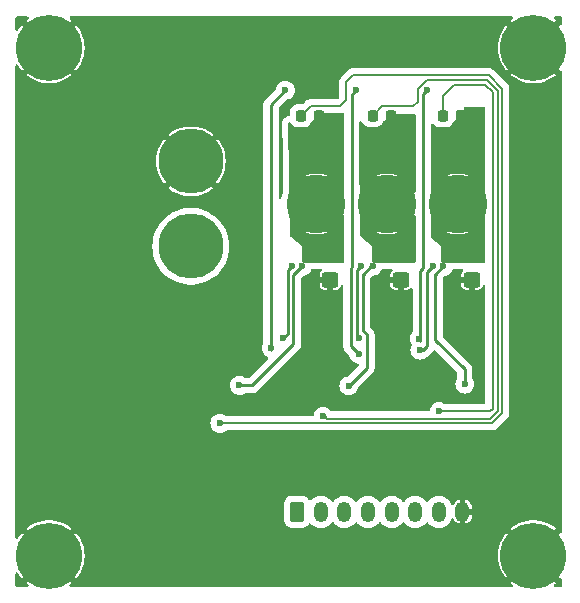
<source format=gbl>
%TF.GenerationSoftware,KiCad,Pcbnew,8.0.1*%
%TF.CreationDate,2024-09-08T16:24:46+01:00*%
%TF.ProjectId,BaselineRP2040MotorController,42617365-6c69-46e6-9552-50323034304d,rev?*%
%TF.SameCoordinates,Original*%
%TF.FileFunction,Copper,L2,Bot*%
%TF.FilePolarity,Positive*%
%FSLAX46Y46*%
G04 Gerber Fmt 4.6, Leading zero omitted, Abs format (unit mm)*
G04 Created by KiCad (PCBNEW 8.0.1) date 2024-09-08 16:24:46*
%MOMM*%
%LPD*%
G01*
G04 APERTURE LIST*
G04 Aperture macros list*
%AMRoundRect*
0 Rectangle with rounded corners*
0 $1 Rounding radius*
0 $2 $3 $4 $5 $6 $7 $8 $9 X,Y pos of 4 corners*
0 Add a 4 corners polygon primitive as box body*
4,1,4,$2,$3,$4,$5,$6,$7,$8,$9,$2,$3,0*
0 Add four circle primitives for the rounded corners*
1,1,$1+$1,$2,$3*
1,1,$1+$1,$4,$5*
1,1,$1+$1,$6,$7*
1,1,$1+$1,$8,$9*
0 Add four rect primitives between the rounded corners*
20,1,$1+$1,$2,$3,$4,$5,0*
20,1,$1+$1,$4,$5,$6,$7,0*
20,1,$1+$1,$6,$7,$8,$9,0*
20,1,$1+$1,$8,$9,$2,$3,0*%
G04 Aperture macros list end*
%TA.AperFunction,ComponentPad*%
%ADD10C,5.500000*%
%TD*%
%TA.AperFunction,ComponentPad*%
%ADD11C,2.900000*%
%TD*%
%TA.AperFunction,ConnectorPad*%
%ADD12C,5.000000*%
%TD*%
%TA.AperFunction,ComponentPad*%
%ADD13C,3.600000*%
%TD*%
%TA.AperFunction,ConnectorPad*%
%ADD14C,5.600000*%
%TD*%
%TA.AperFunction,ComponentPad*%
%ADD15RoundRect,0.250000X-0.350000X-0.625000X0.350000X-0.625000X0.350000X0.625000X-0.350000X0.625000X0*%
%TD*%
%TA.AperFunction,ComponentPad*%
%ADD16O,1.200000X1.750000*%
%TD*%
%TA.AperFunction,SMDPad,CuDef*%
%ADD17RoundRect,0.225000X0.225000X0.250000X-0.225000X0.250000X-0.225000X-0.250000X0.225000X-0.250000X0*%
%TD*%
%TA.AperFunction,SMDPad,CuDef*%
%ADD18RoundRect,0.250000X-0.450000X0.400000X-0.450000X-0.400000X0.450000X-0.400000X0.450000X0.400000X0*%
%TD*%
%TA.AperFunction,ViaPad*%
%ADD19C,0.600000*%
%TD*%
%TA.AperFunction,Conductor*%
%ADD20C,0.275000*%
%TD*%
%TA.AperFunction,Conductor*%
%ADD21C,0.200000*%
%TD*%
%ADD22C,0.300000*%
%ADD23C,0.350000*%
G04 APERTURE END LIST*
D10*
%TO.P,J4,1,Pin_1*%
%TO.N,GND*%
X54400000Y-65224999D03*
%TO.P,J4,2,Pin_2*%
%TO.N,VMOT_PWR*%
X54400000Y-72425001D03*
%TD*%
D11*
%TO.P,H6,1,1*%
%TO.N,/BLDC Power Control/Motor Phase V/V_OUT*%
X71000000Y-68829998D03*
D12*
X71000000Y-68829998D03*
%TD*%
D11*
%TO.P,H7,1,1*%
%TO.N,/BLDC Power Control/Motor Phase X/X_OUT*%
X77000000Y-68829998D03*
D12*
X77000000Y-68829998D03*
%TD*%
D13*
%TO.P,H2,1,1*%
%TO.N,GND*%
X42400000Y-55600000D03*
D14*
X42400000Y-55600000D03*
%TD*%
D15*
%TO.P,J1,1,Pin_1*%
%TO.N,+12V*%
X63400000Y-94900000D03*
D16*
%TO.P,J1,2,Pin_2*%
%TO.N,/PWM H U*%
X65400000Y-94900000D03*
%TO.P,J1,3,Pin_3*%
%TO.N,/PWM L U*%
X67400000Y-94900000D03*
%TO.P,J1,4,Pin_4*%
%TO.N,/PWM H V*%
X69400000Y-94900000D03*
%TO.P,J1,5,Pin_5*%
%TO.N,/PWM L V*%
X71400000Y-94900000D03*
%TO.P,J1,6,Pin_6*%
%TO.N,/PWM H X*%
X73400000Y-94900000D03*
%TO.P,J1,7,Pin_7*%
%TO.N,/PWM L X*%
X75400000Y-94900000D03*
%TO.P,J1,8,Pin_8*%
%TO.N,GND*%
X77400000Y-94900000D03*
%TD*%
D11*
%TO.P,H5,1,1*%
%TO.N,/BLDC Power Control/Motor Phase U/U_OUT*%
X65034997Y-68829998D03*
D12*
X65034997Y-68829998D03*
%TD*%
D13*
%TO.P,H3,1,1*%
%TO.N,GND*%
X42400000Y-98600000D03*
D14*
X42400000Y-98600000D03*
%TD*%
D13*
%TO.P,H4,1,1*%
%TO.N,GND*%
X83400000Y-98600000D03*
D14*
X83400000Y-98600000D03*
%TD*%
D13*
%TO.P,H1,1,1*%
%TO.N,GND*%
X83400000Y-55600000D03*
D14*
X83400000Y-55600000D03*
%TD*%
D17*
%TO.P,C26,1*%
%TO.N,/BLDC Power Control/Motor Phase V/V_OUT*%
X71334996Y-61350003D03*
%TO.P,C26,2*%
%TO.N,Net-(D6-K)*%
X69785004Y-61349997D03*
%TD*%
%TO.P,C32,1*%
%TO.N,/BLDC Power Control/Motor Phase X/X_OUT*%
X77279996Y-61359996D03*
%TO.P,C32,2*%
%TO.N,Net-(D10-K)*%
X75730000Y-61360000D03*
%TD*%
D18*
%TO.P,D13,1,A1*%
%TO.N,/BLDC Power Control/Motor Phase X/X_OUT*%
X78200000Y-72349998D03*
%TO.P,D13,2,A2*%
%TO.N,GND*%
X78200000Y-75250002D03*
%TD*%
%TO.P,D9,1,A1*%
%TO.N,/BLDC Power Control/Motor Phase V/V_OUT*%
X72200000Y-72349998D03*
%TO.P,D9,2,A2*%
%TO.N,GND*%
X72200000Y-75250002D03*
%TD*%
D17*
%TO.P,C20,1*%
%TO.N,/BLDC Power Control/Motor Phase U/U_OUT*%
X65274998Y-61359998D03*
%TO.P,C20,2*%
%TO.N,Net-(D2-K)*%
X63725002Y-61360002D03*
%TD*%
D18*
%TO.P,D5,1,A1*%
%TO.N,/BLDC Power Control/Motor Phase U/U_OUT*%
X66200000Y-72349998D03*
%TO.P,D5,2,A2*%
%TO.N,GND*%
X66200000Y-75250002D03*
%TD*%
D19*
%TO.N,GND*%
X71400000Y-80400000D03*
%TO.N,/BLDC Power Control/Motor Phase U/U_OUT*%
X63818110Y-74114996D03*
X58515687Y-84182258D03*
%TO.N,GND*%
X60400000Y-90100000D03*
X70650000Y-92100000D03*
X73400000Y-92100000D03*
X55000000Y-93200000D03*
X63328577Y-86114281D03*
%TO.N,/BLDC Power Control/Motor Phase V/V_OUT*%
X67780000Y-84230000D03*
X69782960Y-74089996D03*
%TO.N,/BLDC Power Control/Motor Phase X/X_OUT*%
X75783487Y-74115836D03*
X77601925Y-84074999D03*
%TO.N,Net-(D2-K)*%
X56860000Y-87400000D03*
%TO.N,Net-(D6-K)*%
X65590000Y-86800000D03*
%TO.N,Net-(D10-K)*%
X75420000Y-86400000D03*
%TO.N,Net-(AH1-G)*%
X62948331Y-74083212D03*
X62237500Y-80200000D03*
%TO.N,Net-(AH2-G)*%
X68600000Y-80200000D03*
X68770000Y-74100000D03*
%TO.N,Net-(AH3-G)*%
X73800000Y-81200000D03*
X74900000Y-74090000D03*
%TO.N,Net-(AL1-G)*%
X61200000Y-81000000D03*
X62405005Y-59194995D03*
%TO.N,Net-(AL2-G)*%
X68600000Y-81523923D03*
X68400000Y-59200000D03*
%TO.N,Net-(AL3-G)*%
X74400000Y-59200000D03*
X73747350Y-80222839D03*
%TD*%
D20*
%TO.N,/BLDC Power Control/Motor Phase U/U_OUT*%
X63075000Y-74858106D02*
X63075000Y-80725000D01*
X63818110Y-74114996D02*
X63075000Y-74858106D01*
X59617742Y-84182258D02*
X58515687Y-84182258D01*
X63075000Y-80725000D02*
X59617742Y-84182258D01*
%TO.N,/BLDC Power Control/Motor Phase V/V_OUT*%
X69320000Y-82690000D02*
X69320000Y-79900000D01*
X69681566Y-74089996D02*
X69782960Y-74089996D01*
X69320000Y-79900000D02*
X68955000Y-79535000D01*
X67780000Y-84230000D02*
X69320000Y-82690000D01*
X68955000Y-74816562D02*
X69681566Y-74089996D01*
X68955000Y-79535000D02*
X68955000Y-74816562D01*
%TO.N,/BLDC Power Control/Motor Phase X/X_OUT*%
X75080000Y-80310000D02*
X77601925Y-82831925D01*
X75783487Y-74115836D02*
X75080000Y-74819323D01*
X75080000Y-74819323D02*
X75080000Y-80310000D01*
X77601925Y-82831925D02*
X77601925Y-84074999D01*
D21*
%TO.N,Net-(D2-K)*%
X79630000Y-57930000D02*
X68110000Y-57930000D01*
X80772157Y-59072157D02*
X79630000Y-57930000D01*
X67570000Y-60030000D02*
X67050000Y-60550000D01*
X80772157Y-86517842D02*
X80772157Y-59072157D01*
X64535004Y-60550000D02*
X63725002Y-61360002D01*
X68110000Y-57930000D02*
X67570000Y-58470000D01*
X56860000Y-87400000D02*
X79890000Y-87400000D01*
X67050000Y-60550000D02*
X64535004Y-60550000D01*
X79890000Y-87400000D02*
X80772157Y-86517842D01*
X67570000Y-58470000D02*
X67570000Y-60030000D01*
%TO.N,Net-(D6-K)*%
X80372157Y-86352157D02*
X80372157Y-59237843D01*
X65950000Y-87000000D02*
X79724314Y-87000000D01*
X80372157Y-59237843D02*
X79464314Y-58330000D01*
X65750000Y-86800000D02*
X65950000Y-87000000D01*
X74421471Y-58330000D02*
X73632500Y-59118971D01*
X73224997Y-60575003D02*
X70559998Y-60575003D01*
X73632500Y-59118971D02*
X73632500Y-60167500D01*
X70559998Y-60575003D02*
X69785004Y-61349997D01*
X79464314Y-58330000D02*
X74421471Y-58330000D01*
X65590000Y-86800000D02*
X65750000Y-86800000D01*
X73632500Y-60167500D02*
X73224997Y-60575003D01*
X79724314Y-87000000D02*
X80372157Y-86352157D01*
%TO.N,Net-(D10-K)*%
X79944314Y-59375686D02*
X79944314Y-86214314D01*
X79298628Y-58730000D02*
X79944314Y-59375686D01*
X79758628Y-86400000D02*
X75420000Y-86400000D01*
X76690000Y-58730000D02*
X79298628Y-58730000D01*
X79944314Y-86214314D02*
X79758628Y-86400000D01*
X75730000Y-59690000D02*
X76690000Y-58730000D01*
X75730000Y-61360000D02*
X75730000Y-59690000D01*
D20*
%TO.N,Net-(AH1-G)*%
X62200000Y-80200000D02*
X62237500Y-80200000D01*
X62948331Y-74083212D02*
X62600000Y-74431543D01*
X62600000Y-79800000D02*
X62200000Y-80200000D01*
X62600000Y-74431543D02*
X62600000Y-79800000D01*
%TO.N,Net-(AH2-G)*%
X68770000Y-74100000D02*
X68480000Y-74390000D01*
X68480000Y-80080000D02*
X68600000Y-80200000D01*
X68480000Y-74390000D02*
X68480000Y-80080000D01*
%TO.N,Net-(AH3-G)*%
X74400000Y-80870000D02*
X74070000Y-81200000D01*
X74070000Y-81200000D02*
X73800000Y-81200000D01*
X74400000Y-74590000D02*
X74400000Y-80870000D01*
X74900000Y-74090000D02*
X74400000Y-74590000D01*
%TO.N,Net-(AL1-G)*%
X62405005Y-59194995D02*
X61190000Y-60410000D01*
X61190000Y-60410000D02*
X61190000Y-80990000D01*
X61200000Y-81200000D02*
X61200000Y-81000000D01*
X61190000Y-80990000D02*
X61200000Y-81000000D01*
%TO.N,Net-(AL2-G)*%
X68020000Y-59580000D02*
X68020000Y-74178248D01*
X67962500Y-74235748D02*
X67962500Y-80886423D01*
X68020000Y-74178248D02*
X67962500Y-74235748D01*
X67962500Y-80886423D02*
X68600000Y-81523923D01*
X68400000Y-59200000D02*
X68020000Y-59580000D01*
%TO.N,Net-(AL3-G)*%
X74400000Y-59200000D02*
X74070000Y-59530000D01*
X73837500Y-74480748D02*
X73837500Y-80362500D01*
X74070000Y-59530000D02*
X74070000Y-74248248D01*
X73837500Y-80362500D02*
X73800000Y-80400000D01*
X74070000Y-74248248D02*
X73837500Y-74480748D01*
X73837500Y-80312989D02*
X73747350Y-80222839D01*
X73837500Y-80362500D02*
X73837500Y-80312989D01*
%TD*%
%TA.AperFunction,Conductor*%
%TO.N,/BLDC Power Control/Motor Phase X/X_OUT*%
G36*
X79286853Y-60619685D02*
G01*
X79332608Y-60672489D01*
X79343814Y-60724000D01*
X79343814Y-67849036D01*
X79324129Y-67916075D01*
X79307495Y-67936717D01*
X78414214Y-68829998D01*
X79307495Y-69723279D01*
X79340980Y-69784602D01*
X79343814Y-69810960D01*
X79343814Y-73676000D01*
X79324129Y-73743039D01*
X79271325Y-73788794D01*
X79219814Y-73800000D01*
X75731722Y-73800000D01*
X75664683Y-73780315D01*
X75626728Y-73741971D01*
X75584009Y-73673983D01*
X75565003Y-73608012D01*
X75565003Y-72400000D01*
X74754538Y-71751627D01*
X74714486Y-71694376D01*
X74708000Y-71654799D01*
X74708000Y-71195822D01*
X76048387Y-71195822D01*
X76048388Y-71195823D01*
X76210444Y-71259985D01*
X76521233Y-71339782D01*
X76521242Y-71339784D01*
X76839556Y-71379997D01*
X76839570Y-71379998D01*
X77160430Y-71379998D01*
X77160443Y-71379997D01*
X77478757Y-71339784D01*
X77478766Y-71339782D01*
X77789552Y-71259986D01*
X77951610Y-71195823D01*
X77951610Y-71195822D01*
X77000000Y-70244212D01*
X76048387Y-71195822D01*
X74708000Y-71195822D01*
X74708000Y-69759146D01*
X74727685Y-69692107D01*
X74744319Y-69671465D01*
X75487409Y-68928375D01*
X75750000Y-68928375D01*
X75780779Y-69122707D01*
X75841580Y-69309831D01*
X75930904Y-69485141D01*
X76046554Y-69644318D01*
X76185680Y-69783444D01*
X76344857Y-69899094D01*
X76520167Y-69988418D01*
X76707291Y-70049219D01*
X76901623Y-70079998D01*
X77098377Y-70079998D01*
X77292709Y-70049219D01*
X77479833Y-69988418D01*
X77655143Y-69899094D01*
X77814320Y-69783444D01*
X77953446Y-69644318D01*
X78069096Y-69485141D01*
X78158420Y-69309831D01*
X78219221Y-69122707D01*
X78250000Y-68928375D01*
X78250000Y-68731621D01*
X78219221Y-68537289D01*
X78158420Y-68350165D01*
X78069096Y-68174855D01*
X77953446Y-68015678D01*
X77814320Y-67876552D01*
X77655143Y-67760902D01*
X77479833Y-67671578D01*
X77292709Y-67610777D01*
X77098377Y-67579998D01*
X76901623Y-67579998D01*
X76707291Y-67610777D01*
X76520167Y-67671578D01*
X76344857Y-67760902D01*
X76185680Y-67876552D01*
X76046554Y-68015678D01*
X75930904Y-68174855D01*
X75841580Y-68350165D01*
X75780779Y-68537289D01*
X75750000Y-68731621D01*
X75750000Y-68928375D01*
X75487409Y-68928375D01*
X75585786Y-68829998D01*
X74744319Y-67988531D01*
X74710834Y-67927208D01*
X74708000Y-67900850D01*
X74708000Y-66464172D01*
X76048387Y-66464172D01*
X77000000Y-67415784D01*
X77000001Y-67415784D01*
X77951611Y-66464172D01*
X77789547Y-66400008D01*
X77478766Y-66320213D01*
X77478757Y-66320211D01*
X77160443Y-66279998D01*
X76839556Y-66279998D01*
X76521242Y-66320211D01*
X76521233Y-66320213D01*
X76210451Y-66400008D01*
X76048387Y-66464172D01*
X74708000Y-66464172D01*
X74708000Y-62136456D01*
X74727685Y-62069417D01*
X74780489Y-62023662D01*
X74849647Y-62013718D01*
X74913203Y-62042743D01*
X74929269Y-62059549D01*
X74932033Y-62063045D01*
X75051955Y-62182967D01*
X75051959Y-62182970D01*
X75196294Y-62271998D01*
X75196297Y-62271999D01*
X75196303Y-62272003D01*
X75357292Y-62325349D01*
X75456655Y-62335500D01*
X76003344Y-62335499D01*
X76003352Y-62335498D01*
X76003355Y-62335498D01*
X76057760Y-62329940D01*
X76102708Y-62325349D01*
X76263697Y-62272003D01*
X76408044Y-62182968D01*
X76527968Y-62063044D01*
X76617003Y-61918697D01*
X76641118Y-61845919D01*
X76680890Y-61788476D01*
X76745406Y-61761652D01*
X76812270Y-61773624D01*
X76829996Y-61768247D01*
X76829996Y-61033996D01*
X76849681Y-60966957D01*
X76902485Y-60921202D01*
X76953996Y-60909996D01*
X77700662Y-60909996D01*
X77612294Y-60850950D01*
X77612293Y-60850949D01*
X77585483Y-60845617D01*
X77523572Y-60813232D01*
X77488998Y-60752517D01*
X77492737Y-60682747D01*
X77533604Y-60626075D01*
X77598622Y-60600494D01*
X77609674Y-60600000D01*
X79219814Y-60600000D01*
X79286853Y-60619685D01*
G37*
%TD.AperFunction*%
%TD*%
%TA.AperFunction,Conductor*%
%TO.N,/BLDC Power Control/Motor Phase U/U_OUT*%
G36*
X67295756Y-61126212D02*
G01*
X67353618Y-61165374D01*
X67381123Y-61229602D01*
X67382000Y-61244324D01*
X67382000Y-67845847D01*
X67362315Y-67912886D01*
X67345681Y-67933528D01*
X66449211Y-68829998D01*
X67345681Y-69726468D01*
X67379166Y-69787791D01*
X67382000Y-69814149D01*
X67382000Y-73676000D01*
X67362315Y-73743039D01*
X67309511Y-73788794D01*
X67258000Y-73800000D01*
X63924000Y-73800000D01*
X63856961Y-73780315D01*
X63811206Y-73727511D01*
X63800000Y-73676000D01*
X63800000Y-72400000D01*
X62845418Y-71636334D01*
X62805366Y-71579083D01*
X62798902Y-71541849D01*
X62792373Y-71195822D01*
X64083384Y-71195822D01*
X64083385Y-71195823D01*
X64245441Y-71259985D01*
X64556230Y-71339782D01*
X64556239Y-71339784D01*
X64874553Y-71379997D01*
X64874567Y-71379998D01*
X65195427Y-71379998D01*
X65195440Y-71379997D01*
X65513754Y-71339784D01*
X65513763Y-71339782D01*
X65824549Y-71259986D01*
X65986607Y-71195823D01*
X65986607Y-71195822D01*
X65034997Y-70244212D01*
X64083384Y-71195822D01*
X62792373Y-71195822D01*
X62763903Y-69686876D01*
X63522404Y-68928375D01*
X63784997Y-68928375D01*
X63815776Y-69122707D01*
X63876577Y-69309831D01*
X63965901Y-69485141D01*
X64081551Y-69644318D01*
X64220677Y-69783444D01*
X64379854Y-69899094D01*
X64555164Y-69988418D01*
X64742288Y-70049219D01*
X64936620Y-70079998D01*
X65133374Y-70079998D01*
X65327706Y-70049219D01*
X65514830Y-69988418D01*
X65690140Y-69899094D01*
X65849317Y-69783444D01*
X65988443Y-69644318D01*
X66104093Y-69485141D01*
X66193417Y-69309831D01*
X66254218Y-69122707D01*
X66284997Y-68928375D01*
X66284997Y-68731621D01*
X66254218Y-68537289D01*
X66193417Y-68350165D01*
X66104093Y-68174855D01*
X65988443Y-68015678D01*
X65849317Y-67876552D01*
X65690140Y-67760902D01*
X65514830Y-67671578D01*
X65327706Y-67610777D01*
X65133374Y-67579998D01*
X64936620Y-67579998D01*
X64742288Y-67610777D01*
X64555164Y-67671578D01*
X64379854Y-67760902D01*
X64220677Y-67876552D01*
X64081551Y-68015678D01*
X63965901Y-68174855D01*
X63876577Y-68350165D01*
X63815776Y-68537289D01*
X63784997Y-68731621D01*
X63784997Y-68928375D01*
X63522404Y-68928375D01*
X63620782Y-68829997D01*
X62730946Y-67940161D01*
X62703097Y-66464172D01*
X64083384Y-66464172D01*
X65034997Y-67415784D01*
X65034998Y-67415784D01*
X65986608Y-66464172D01*
X65824544Y-66400008D01*
X65513763Y-66320213D01*
X65513754Y-66320211D01*
X65195440Y-66279998D01*
X64874553Y-66279998D01*
X64556239Y-66320211D01*
X64556230Y-66320213D01*
X64245448Y-66400008D01*
X64083384Y-66464172D01*
X62703097Y-66464172D01*
X62618925Y-62003062D01*
X62637341Y-61935666D01*
X62689273Y-61888923D01*
X62758232Y-61877677D01*
X62822323Y-61905498D01*
X62848441Y-61935629D01*
X62927031Y-62063042D01*
X62927034Y-62063046D01*
X63046957Y-62182969D01*
X63046961Y-62182972D01*
X63191296Y-62272000D01*
X63191299Y-62272001D01*
X63191305Y-62272005D01*
X63352294Y-62325351D01*
X63451657Y-62335502D01*
X63998346Y-62335501D01*
X63998354Y-62335500D01*
X63998357Y-62335500D01*
X64052762Y-62329942D01*
X64097710Y-62325351D01*
X64258699Y-62272005D01*
X64403046Y-62182970D01*
X64522970Y-62063046D01*
X64612005Y-61918699D01*
X64636120Y-61845921D01*
X64675892Y-61788478D01*
X64740408Y-61761654D01*
X64807272Y-61773626D01*
X64824998Y-61768249D01*
X64824998Y-61274500D01*
X64844683Y-61207461D01*
X64897487Y-61161706D01*
X64948998Y-61150500D01*
X66963331Y-61150500D01*
X66963347Y-61150501D01*
X66970943Y-61150501D01*
X67129054Y-61150501D01*
X67129057Y-61150501D01*
X67225909Y-61124549D01*
X67295756Y-61126212D01*
G37*
%TD.AperFunction*%
%TD*%
%TA.AperFunction,Conductor*%
%TO.N,/BLDC Power Control/Motor Phase V/V_OUT*%
G36*
X73138344Y-61175504D02*
G01*
X73308000Y-61175504D01*
X73375039Y-61195189D01*
X73420794Y-61247993D01*
X73432000Y-61299504D01*
X73432000Y-67760849D01*
X73412315Y-67827888D01*
X73395681Y-67848530D01*
X72414214Y-68829997D01*
X72414214Y-68829998D01*
X73395681Y-69811465D01*
X73429166Y-69872788D01*
X73432000Y-69899146D01*
X73432000Y-73676000D01*
X73412315Y-73743039D01*
X73359511Y-73788794D01*
X73308000Y-73800000D01*
X69889003Y-73800000D01*
X69821964Y-73780315D01*
X69776209Y-73727511D01*
X69765003Y-73676000D01*
X69765003Y-72400000D01*
X68810421Y-71636334D01*
X68770369Y-71579083D01*
X68763905Y-71541849D01*
X68757376Y-71195822D01*
X70048387Y-71195822D01*
X70048388Y-71195823D01*
X70210444Y-71259985D01*
X70521233Y-71339782D01*
X70521242Y-71339784D01*
X70839556Y-71379997D01*
X70839570Y-71379998D01*
X71160430Y-71379998D01*
X71160443Y-71379997D01*
X71478757Y-71339784D01*
X71478766Y-71339782D01*
X71789552Y-71259986D01*
X71951610Y-71195823D01*
X71951610Y-71195822D01*
X71000000Y-70244212D01*
X70048387Y-71195822D01*
X68757376Y-71195822D01*
X68728906Y-69686877D01*
X69487409Y-68928375D01*
X69750000Y-68928375D01*
X69780779Y-69122707D01*
X69841580Y-69309831D01*
X69930904Y-69485141D01*
X70046554Y-69644318D01*
X70185680Y-69783444D01*
X70344857Y-69899094D01*
X70520167Y-69988418D01*
X70707291Y-70049219D01*
X70901623Y-70079998D01*
X71098377Y-70079998D01*
X71292709Y-70049219D01*
X71479833Y-69988418D01*
X71655143Y-69899094D01*
X71814320Y-69783444D01*
X71953446Y-69644318D01*
X72069096Y-69485141D01*
X72158420Y-69309831D01*
X72219221Y-69122707D01*
X72250000Y-68928375D01*
X72250000Y-68731621D01*
X72219221Y-68537289D01*
X72158420Y-68350165D01*
X72069096Y-68174855D01*
X71953446Y-68015678D01*
X71814320Y-67876552D01*
X71655143Y-67760902D01*
X71479833Y-67671578D01*
X71292709Y-67610777D01*
X71098377Y-67579998D01*
X70901623Y-67579998D01*
X70707291Y-67610777D01*
X70520167Y-67671578D01*
X70344857Y-67760902D01*
X70185680Y-67876552D01*
X70046554Y-68015678D01*
X69930904Y-68174855D01*
X69841580Y-68350165D01*
X69780779Y-68537289D01*
X69750000Y-68731621D01*
X69750000Y-68928375D01*
X69487409Y-68928375D01*
X69585786Y-68829998D01*
X68695949Y-67940161D01*
X68668100Y-66464172D01*
X70048387Y-66464172D01*
X71000000Y-67415784D01*
X71000001Y-67415784D01*
X71951611Y-66464172D01*
X71789547Y-66400008D01*
X71478766Y-66320213D01*
X71478757Y-66320211D01*
X71160443Y-66279998D01*
X70839556Y-66279998D01*
X70521242Y-66320211D01*
X70521233Y-66320213D01*
X70210451Y-66400008D01*
X70048387Y-66464172D01*
X68668100Y-66464172D01*
X68658021Y-65930005D01*
X68658000Y-65927670D01*
X68658000Y-61952841D01*
X68677685Y-61885802D01*
X68730489Y-61840047D01*
X68799647Y-61830103D01*
X68863203Y-61859128D01*
X68892626Y-61903234D01*
X68894951Y-61902151D01*
X68898005Y-61908702D01*
X68987033Y-62053037D01*
X68987036Y-62053041D01*
X69106959Y-62172964D01*
X69106963Y-62172967D01*
X69251298Y-62261995D01*
X69251301Y-62261996D01*
X69251307Y-62262000D01*
X69412296Y-62315346D01*
X69511659Y-62325497D01*
X70058348Y-62325496D01*
X70058356Y-62325495D01*
X70058359Y-62325495D01*
X70112764Y-62319937D01*
X70157712Y-62315346D01*
X70318701Y-62262000D01*
X70463048Y-62172965D01*
X70582972Y-62053041D01*
X70672007Y-61908694D01*
X70696119Y-61835927D01*
X70735890Y-61778484D01*
X70800405Y-61751660D01*
X70867269Y-61763631D01*
X70884996Y-61758254D01*
X70884996Y-61299503D01*
X70904681Y-61232464D01*
X70957485Y-61186709D01*
X71008996Y-61175503D01*
X73138328Y-61175503D01*
X73138344Y-61175504D01*
G37*
%TD.AperFunction*%
%TD*%
%TA.AperFunction,Conductor*%
%TO.N,GND*%
G36*
X41179588Y-99642330D02*
G01*
X41357670Y-99820412D01*
X41459300Y-99894251D01*
X40462818Y-100890733D01*
X40462819Y-100890734D01*
X40605485Y-101010446D01*
X40605489Y-101010449D01*
X40622898Y-101021899D01*
X40668092Y-101075183D01*
X40677305Y-101144443D01*
X40647610Y-101207688D01*
X40588436Y-101244840D01*
X40554760Y-101249500D01*
X39674500Y-101249500D01*
X39607461Y-101229815D01*
X39561706Y-101177011D01*
X39550500Y-101125500D01*
X39550500Y-100127294D01*
X39570185Y-100060255D01*
X39622989Y-100014500D01*
X39692147Y-100004556D01*
X39755703Y-100033581D01*
X39781887Y-100065294D01*
X39889289Y-100251322D01*
X40097967Y-100531625D01*
X40106148Y-100540296D01*
X41105747Y-99540697D01*
X41179588Y-99642330D01*
G37*
%TD.AperFunction*%
%TA.AperFunction,Conductor*%
G36*
X81621799Y-52970185D02*
G01*
X81667554Y-53022989D01*
X81677498Y-53092147D01*
X81648473Y-53155703D01*
X81622900Y-53178100D01*
X81605482Y-53189555D01*
X81462819Y-53309264D01*
X81462818Y-53309265D01*
X82459301Y-54305748D01*
X82357670Y-54379588D01*
X82179588Y-54557670D01*
X82105748Y-54659301D01*
X81106148Y-53659701D01*
X81106147Y-53659702D01*
X81097976Y-53668363D01*
X81097972Y-53668368D01*
X80889289Y-53948677D01*
X80714561Y-54251316D01*
X80714555Y-54251329D01*
X80576145Y-54572199D01*
X80475916Y-54906988D01*
X80475914Y-54906997D01*
X80415236Y-55251119D01*
X80415235Y-55251130D01*
X80394916Y-55599996D01*
X80394916Y-55600003D01*
X80415235Y-55948869D01*
X80415236Y-55948880D01*
X80475914Y-56293002D01*
X80475916Y-56293011D01*
X80576145Y-56627800D01*
X80714555Y-56948670D01*
X80714561Y-56948683D01*
X80889289Y-57251322D01*
X81097967Y-57531625D01*
X81106148Y-57540296D01*
X82105747Y-56540697D01*
X82179588Y-56642330D01*
X82357670Y-56820412D01*
X82459300Y-56894251D01*
X81462818Y-57890733D01*
X81462819Y-57890734D01*
X81605484Y-58010445D01*
X81897461Y-58202480D01*
X82209739Y-58359314D01*
X82209745Y-58359316D01*
X82538130Y-58478838D01*
X82538133Y-58478839D01*
X82878171Y-58559429D01*
X83225276Y-58599999D01*
X83225277Y-58600000D01*
X83574723Y-58600000D01*
X83574723Y-58599999D01*
X83921827Y-58559429D01*
X83921829Y-58559429D01*
X84261866Y-58478839D01*
X84261869Y-58478838D01*
X84590254Y-58359316D01*
X84590260Y-58359314D01*
X84902538Y-58202480D01*
X85194509Y-58010449D01*
X85194510Y-58010448D01*
X85337179Y-57890734D01*
X85337180Y-57890733D01*
X84340698Y-56894251D01*
X84442330Y-56820412D01*
X84620412Y-56642330D01*
X84694251Y-56540698D01*
X85693849Y-57540296D01*
X85723699Y-57539863D01*
X85791017Y-57558572D01*
X85837534Y-57610706D01*
X85849500Y-57663850D01*
X85849500Y-96536148D01*
X85829815Y-96603187D01*
X85777011Y-96648942D01*
X85723699Y-96660135D01*
X85693851Y-96659701D01*
X84694251Y-97659301D01*
X84620412Y-97557670D01*
X84442330Y-97379588D01*
X84340698Y-97305747D01*
X85337180Y-96309265D01*
X85337179Y-96309264D01*
X85194519Y-96189557D01*
X84902538Y-95997519D01*
X84590260Y-95840685D01*
X84590254Y-95840683D01*
X84261869Y-95721161D01*
X84261866Y-95721160D01*
X83921828Y-95640570D01*
X83574723Y-95600000D01*
X83225277Y-95600000D01*
X82878172Y-95640570D01*
X82878170Y-95640570D01*
X82538133Y-95721160D01*
X82538130Y-95721161D01*
X82209745Y-95840683D01*
X82209739Y-95840685D01*
X81897461Y-95997519D01*
X81605480Y-96189557D01*
X81462819Y-96309264D01*
X81462818Y-96309265D01*
X82459301Y-97305748D01*
X82357670Y-97379588D01*
X82179588Y-97557670D01*
X82105748Y-97659301D01*
X81106148Y-96659701D01*
X81106147Y-96659702D01*
X81097976Y-96668363D01*
X81097972Y-96668368D01*
X80889289Y-96948677D01*
X80714561Y-97251316D01*
X80714555Y-97251329D01*
X80576145Y-97572199D01*
X80475916Y-97906988D01*
X80475914Y-97906997D01*
X80415236Y-98251119D01*
X80415235Y-98251130D01*
X80394916Y-98599996D01*
X80394916Y-98600003D01*
X80415235Y-98948869D01*
X80415236Y-98948880D01*
X80475914Y-99293002D01*
X80475916Y-99293011D01*
X80576145Y-99627800D01*
X80714555Y-99948670D01*
X80714561Y-99948683D01*
X80889289Y-100251322D01*
X81097967Y-100531625D01*
X81106148Y-100540296D01*
X82105747Y-99540697D01*
X82179588Y-99642330D01*
X82357670Y-99820412D01*
X82459300Y-99894251D01*
X81462818Y-100890733D01*
X81462819Y-100890734D01*
X81605485Y-101010446D01*
X81605489Y-101010449D01*
X81622898Y-101021899D01*
X81668092Y-101075183D01*
X81677305Y-101144443D01*
X81647610Y-101207688D01*
X81588436Y-101244840D01*
X81554760Y-101249500D01*
X44245240Y-101249500D01*
X44178201Y-101229815D01*
X44132446Y-101177011D01*
X44122502Y-101107853D01*
X44151527Y-101044297D01*
X44177102Y-101021899D01*
X44194502Y-101010454D01*
X44194510Y-101010448D01*
X44337179Y-100890734D01*
X44337180Y-100890733D01*
X43340698Y-99894251D01*
X43442330Y-99820412D01*
X43620412Y-99642330D01*
X43694251Y-99540698D01*
X44693849Y-100540297D01*
X44693851Y-100540296D01*
X44702022Y-100531636D01*
X44702033Y-100531623D01*
X44910710Y-100251322D01*
X45085438Y-99948683D01*
X45085444Y-99948670D01*
X45223854Y-99627800D01*
X45324083Y-99293011D01*
X45324085Y-99293002D01*
X45384763Y-98948880D01*
X45384764Y-98948869D01*
X45405084Y-98600003D01*
X45405084Y-98599996D01*
X45384764Y-98251130D01*
X45384763Y-98251119D01*
X45324085Y-97906997D01*
X45324083Y-97906988D01*
X45223854Y-97572199D01*
X45085444Y-97251329D01*
X45085438Y-97251316D01*
X44910710Y-96948677D01*
X44702032Y-96668374D01*
X44693850Y-96659702D01*
X43694251Y-97659301D01*
X43620412Y-97557670D01*
X43442330Y-97379588D01*
X43340698Y-97305747D01*
X44337180Y-96309265D01*
X44337179Y-96309264D01*
X44194519Y-96189557D01*
X43902538Y-95997519D01*
X43590260Y-95840685D01*
X43590254Y-95840683D01*
X43261869Y-95721161D01*
X43261866Y-95721160D01*
X42921828Y-95640570D01*
X42574723Y-95600000D01*
X42225277Y-95600000D01*
X41878172Y-95640570D01*
X41878170Y-95640570D01*
X41538133Y-95721160D01*
X41538130Y-95721161D01*
X41209745Y-95840683D01*
X41209739Y-95840685D01*
X40897461Y-95997519D01*
X40605480Y-96189557D01*
X40462819Y-96309264D01*
X40462818Y-96309265D01*
X41459301Y-97305748D01*
X41357670Y-97379588D01*
X41179588Y-97557670D01*
X41105748Y-97659301D01*
X40106148Y-96659701D01*
X40106147Y-96659702D01*
X40097976Y-96668363D01*
X40097972Y-96668368D01*
X39889289Y-96948677D01*
X39781887Y-97134705D01*
X39731320Y-97182921D01*
X39662713Y-97196144D01*
X39597848Y-97170176D01*
X39557320Y-97113262D01*
X39550500Y-97072705D01*
X39550500Y-95575001D01*
X62299500Y-95575001D01*
X62299501Y-95575018D01*
X62310000Y-95677796D01*
X62310001Y-95677799D01*
X62365185Y-95844331D01*
X62365187Y-95844336D01*
X62388870Y-95882732D01*
X62457288Y-95993656D01*
X62581344Y-96117712D01*
X62730666Y-96209814D01*
X62897203Y-96264999D01*
X62999991Y-96275500D01*
X63800008Y-96275499D01*
X63800016Y-96275498D01*
X63800019Y-96275498D01*
X63856302Y-96269748D01*
X63902797Y-96264999D01*
X64069334Y-96209814D01*
X64218656Y-96117712D01*
X64342712Y-95993656D01*
X64382310Y-95929456D01*
X64434258Y-95882732D01*
X64503220Y-95871509D01*
X64567303Y-95899352D01*
X64575530Y-95906872D01*
X64683072Y-96014414D01*
X64823212Y-96116232D01*
X64977555Y-96194873D01*
X65142299Y-96248402D01*
X65313389Y-96275500D01*
X65313390Y-96275500D01*
X65486610Y-96275500D01*
X65486611Y-96275500D01*
X65657701Y-96248402D01*
X65822445Y-96194873D01*
X65976788Y-96116232D01*
X66116928Y-96014414D01*
X66239414Y-95891928D01*
X66299682Y-95808975D01*
X66355012Y-95766311D01*
X66424626Y-95760332D01*
X66486421Y-95792938D01*
X66500315Y-95808973D01*
X66560586Y-95891928D01*
X66683072Y-96014414D01*
X66823212Y-96116232D01*
X66977555Y-96194873D01*
X67142299Y-96248402D01*
X67313389Y-96275500D01*
X67313390Y-96275500D01*
X67486610Y-96275500D01*
X67486611Y-96275500D01*
X67657701Y-96248402D01*
X67822445Y-96194873D01*
X67976788Y-96116232D01*
X68116928Y-96014414D01*
X68239414Y-95891928D01*
X68299682Y-95808975D01*
X68355012Y-95766311D01*
X68424626Y-95760332D01*
X68486421Y-95792938D01*
X68500315Y-95808973D01*
X68560586Y-95891928D01*
X68683072Y-96014414D01*
X68823212Y-96116232D01*
X68977555Y-96194873D01*
X69142299Y-96248402D01*
X69313389Y-96275500D01*
X69313390Y-96275500D01*
X69486610Y-96275500D01*
X69486611Y-96275500D01*
X69657701Y-96248402D01*
X69822445Y-96194873D01*
X69976788Y-96116232D01*
X70116928Y-96014414D01*
X70239414Y-95891928D01*
X70299682Y-95808975D01*
X70355012Y-95766311D01*
X70424626Y-95760332D01*
X70486421Y-95792938D01*
X70500315Y-95808973D01*
X70560586Y-95891928D01*
X70683072Y-96014414D01*
X70823212Y-96116232D01*
X70977555Y-96194873D01*
X71142299Y-96248402D01*
X71313389Y-96275500D01*
X71313390Y-96275500D01*
X71486610Y-96275500D01*
X71486611Y-96275500D01*
X71657701Y-96248402D01*
X71822445Y-96194873D01*
X71976788Y-96116232D01*
X72116928Y-96014414D01*
X72239414Y-95891928D01*
X72299682Y-95808975D01*
X72355012Y-95766311D01*
X72424626Y-95760332D01*
X72486421Y-95792938D01*
X72500315Y-95808973D01*
X72560586Y-95891928D01*
X72683072Y-96014414D01*
X72823212Y-96116232D01*
X72977555Y-96194873D01*
X73142299Y-96248402D01*
X73313389Y-96275500D01*
X73313390Y-96275500D01*
X73486610Y-96275500D01*
X73486611Y-96275500D01*
X73657701Y-96248402D01*
X73822445Y-96194873D01*
X73976788Y-96116232D01*
X74116928Y-96014414D01*
X74239414Y-95891928D01*
X74299682Y-95808975D01*
X74355012Y-95766311D01*
X74424626Y-95760332D01*
X74486421Y-95792938D01*
X74500315Y-95808973D01*
X74560586Y-95891928D01*
X74683072Y-96014414D01*
X74823212Y-96116232D01*
X74977555Y-96194873D01*
X75142299Y-96248402D01*
X75313389Y-96275500D01*
X75313390Y-96275500D01*
X75486610Y-96275500D01*
X75486611Y-96275500D01*
X75657701Y-96248402D01*
X75822445Y-96194873D01*
X75976788Y-96116232D01*
X76116928Y-96014414D01*
X76239414Y-95891928D01*
X76341232Y-95751788D01*
X76419873Y-95597445D01*
X76443136Y-95525846D01*
X76482574Y-95468172D01*
X76546932Y-95440974D01*
X76615778Y-95452889D01*
X76667254Y-95500133D01*
X76675628Y-95516713D01*
X76691047Y-95553938D01*
X76691052Y-95553948D01*
X76778598Y-95684969D01*
X76778601Y-95684973D01*
X76890026Y-95796398D01*
X76890034Y-95796404D01*
X77021047Y-95883944D01*
X77021065Y-95883954D01*
X77149999Y-95937360D01*
X77150000Y-95937360D01*
X77150000Y-95180330D01*
X77169745Y-95200075D01*
X77255255Y-95249444D01*
X77350630Y-95275000D01*
X77449370Y-95275000D01*
X77544745Y-95249444D01*
X77630255Y-95200075D01*
X77650000Y-95180330D01*
X77650000Y-95937360D01*
X77778934Y-95883954D01*
X77778952Y-95883944D01*
X77909965Y-95796404D01*
X77909973Y-95796398D01*
X78021398Y-95684973D01*
X78021401Y-95684969D01*
X78108947Y-95553948D01*
X78108952Y-95553939D01*
X78169256Y-95408351D01*
X78169258Y-95408343D01*
X78199999Y-95253797D01*
X78200000Y-95253794D01*
X78200000Y-95150000D01*
X77680330Y-95150000D01*
X77700075Y-95130255D01*
X77749444Y-95044745D01*
X77775000Y-94949370D01*
X77775000Y-94850630D01*
X77749444Y-94755255D01*
X77700075Y-94669745D01*
X77680330Y-94650000D01*
X78200000Y-94650000D01*
X78200000Y-94546206D01*
X78199999Y-94546202D01*
X78169258Y-94391656D01*
X78169256Y-94391648D01*
X78108952Y-94246060D01*
X78108947Y-94246051D01*
X78021401Y-94115030D01*
X78021398Y-94115026D01*
X77909973Y-94003601D01*
X77909969Y-94003598D01*
X77778948Y-93916052D01*
X77778938Y-93916047D01*
X77650000Y-93862639D01*
X77650000Y-94619670D01*
X77630255Y-94599925D01*
X77544745Y-94550556D01*
X77449370Y-94525000D01*
X77350630Y-94525000D01*
X77255255Y-94550556D01*
X77169745Y-94599925D01*
X77150000Y-94619670D01*
X77150000Y-93862639D01*
X77149999Y-93862639D01*
X77021061Y-93916047D01*
X77021051Y-93916052D01*
X76890030Y-94003598D01*
X76890026Y-94003601D01*
X76778601Y-94115026D01*
X76778598Y-94115030D01*
X76691052Y-94246051D01*
X76691049Y-94246058D01*
X76675628Y-94283287D01*
X76631786Y-94337690D01*
X76565492Y-94359754D01*
X76497793Y-94342474D01*
X76450183Y-94291337D01*
X76443136Y-94274152D01*
X76419873Y-94202555D01*
X76341232Y-94048212D01*
X76239414Y-93908072D01*
X76116928Y-93785586D01*
X75976788Y-93683768D01*
X75822445Y-93605127D01*
X75657701Y-93551598D01*
X75657699Y-93551597D01*
X75657698Y-93551597D01*
X75526271Y-93530781D01*
X75486611Y-93524500D01*
X75313389Y-93524500D01*
X75273728Y-93530781D01*
X75142302Y-93551597D01*
X74977552Y-93605128D01*
X74823211Y-93683768D01*
X74743256Y-93741859D01*
X74683072Y-93785586D01*
X74683070Y-93785588D01*
X74683069Y-93785588D01*
X74560588Y-93908069D01*
X74560581Y-93908078D01*
X74500317Y-93991023D01*
X74444987Y-94033689D01*
X74375374Y-94039667D01*
X74313579Y-94007061D01*
X74299683Y-93991023D01*
X74239418Y-93908078D01*
X74239414Y-93908072D01*
X74116928Y-93785586D01*
X73976788Y-93683768D01*
X73822445Y-93605127D01*
X73657701Y-93551598D01*
X73657699Y-93551597D01*
X73657698Y-93551597D01*
X73526271Y-93530781D01*
X73486611Y-93524500D01*
X73313389Y-93524500D01*
X73273728Y-93530781D01*
X73142302Y-93551597D01*
X72977552Y-93605128D01*
X72823211Y-93683768D01*
X72743256Y-93741859D01*
X72683072Y-93785586D01*
X72683070Y-93785588D01*
X72683069Y-93785588D01*
X72560588Y-93908069D01*
X72560581Y-93908078D01*
X72500317Y-93991023D01*
X72444987Y-94033689D01*
X72375374Y-94039667D01*
X72313579Y-94007061D01*
X72299683Y-93991023D01*
X72239418Y-93908078D01*
X72239414Y-93908072D01*
X72116928Y-93785586D01*
X71976788Y-93683768D01*
X71822445Y-93605127D01*
X71657701Y-93551598D01*
X71657699Y-93551597D01*
X71657698Y-93551597D01*
X71526271Y-93530781D01*
X71486611Y-93524500D01*
X71313389Y-93524500D01*
X71273728Y-93530781D01*
X71142302Y-93551597D01*
X70977552Y-93605128D01*
X70823211Y-93683768D01*
X70743256Y-93741859D01*
X70683072Y-93785586D01*
X70683070Y-93785588D01*
X70683069Y-93785588D01*
X70560588Y-93908069D01*
X70560581Y-93908078D01*
X70500317Y-93991023D01*
X70444987Y-94033689D01*
X70375374Y-94039667D01*
X70313579Y-94007061D01*
X70299683Y-93991023D01*
X70239418Y-93908078D01*
X70239414Y-93908072D01*
X70116928Y-93785586D01*
X69976788Y-93683768D01*
X69822445Y-93605127D01*
X69657701Y-93551598D01*
X69657699Y-93551597D01*
X69657698Y-93551597D01*
X69526271Y-93530781D01*
X69486611Y-93524500D01*
X69313389Y-93524500D01*
X69273728Y-93530781D01*
X69142302Y-93551597D01*
X68977552Y-93605128D01*
X68823211Y-93683768D01*
X68743256Y-93741859D01*
X68683072Y-93785586D01*
X68683070Y-93785588D01*
X68683069Y-93785588D01*
X68560588Y-93908069D01*
X68560581Y-93908078D01*
X68500317Y-93991023D01*
X68444987Y-94033689D01*
X68375374Y-94039667D01*
X68313579Y-94007061D01*
X68299683Y-93991023D01*
X68239418Y-93908078D01*
X68239414Y-93908072D01*
X68116928Y-93785586D01*
X67976788Y-93683768D01*
X67822445Y-93605127D01*
X67657701Y-93551598D01*
X67657699Y-93551597D01*
X67657698Y-93551597D01*
X67526271Y-93530781D01*
X67486611Y-93524500D01*
X67313389Y-93524500D01*
X67273728Y-93530781D01*
X67142302Y-93551597D01*
X66977552Y-93605128D01*
X66823211Y-93683768D01*
X66743256Y-93741859D01*
X66683072Y-93785586D01*
X66683070Y-93785588D01*
X66683069Y-93785588D01*
X66560588Y-93908069D01*
X66560581Y-93908078D01*
X66500317Y-93991023D01*
X66444987Y-94033689D01*
X66375374Y-94039667D01*
X66313579Y-94007061D01*
X66299683Y-93991023D01*
X66239418Y-93908078D01*
X66239414Y-93908072D01*
X66116928Y-93785586D01*
X65976788Y-93683768D01*
X65822445Y-93605127D01*
X65657701Y-93551598D01*
X65657699Y-93551597D01*
X65657698Y-93551597D01*
X65526271Y-93530781D01*
X65486611Y-93524500D01*
X65313389Y-93524500D01*
X65273728Y-93530781D01*
X65142302Y-93551597D01*
X64977552Y-93605128D01*
X64823211Y-93683768D01*
X64683073Y-93785585D01*
X64575530Y-93893128D01*
X64514207Y-93926612D01*
X64444515Y-93921628D01*
X64388582Y-93879756D01*
X64382310Y-93870543D01*
X64377435Y-93862639D01*
X64342712Y-93806344D01*
X64218656Y-93682288D01*
X64093559Y-93605128D01*
X64069336Y-93590187D01*
X64069331Y-93590185D01*
X64067862Y-93589698D01*
X63902797Y-93535001D01*
X63902795Y-93535000D01*
X63800010Y-93524500D01*
X62999998Y-93524500D01*
X62999980Y-93524501D01*
X62897203Y-93535000D01*
X62897200Y-93535001D01*
X62730668Y-93590185D01*
X62730663Y-93590187D01*
X62581342Y-93682289D01*
X62457289Y-93806342D01*
X62365187Y-93955663D01*
X62365186Y-93955666D01*
X62310001Y-94122203D01*
X62310001Y-94122204D01*
X62310000Y-94122204D01*
X62299500Y-94224983D01*
X62299500Y-95575001D01*
X39550500Y-95575001D01*
X39550500Y-87400003D01*
X56054435Y-87400003D01*
X56074630Y-87579249D01*
X56074631Y-87579254D01*
X56134211Y-87749523D01*
X56230184Y-87902262D01*
X56357738Y-88029816D01*
X56510478Y-88125789D01*
X56680745Y-88185368D01*
X56680750Y-88185369D01*
X56859996Y-88205565D01*
X56860000Y-88205565D01*
X56860004Y-88205565D01*
X57039249Y-88185369D01*
X57039252Y-88185368D01*
X57039255Y-88185368D01*
X57209522Y-88125789D01*
X57362262Y-88029816D01*
X57362267Y-88029810D01*
X57365097Y-88027555D01*
X57367275Y-88026665D01*
X57368158Y-88026111D01*
X57368255Y-88026265D01*
X57429783Y-88001145D01*
X57442412Y-88000500D01*
X79810939Y-88000500D01*
X79810943Y-88000501D01*
X79969058Y-88000500D01*
X80121785Y-87959577D01*
X80171904Y-87930639D01*
X80258716Y-87880520D01*
X80370520Y-87768716D01*
X80370520Y-87768714D01*
X80380728Y-87758507D01*
X80380729Y-87758504D01*
X81252677Y-86886558D01*
X81331734Y-86749626D01*
X81372658Y-86596899D01*
X81372657Y-86438784D01*
X81372657Y-59161216D01*
X81372658Y-59161203D01*
X81372658Y-58993102D01*
X81372658Y-58993100D01*
X81331734Y-58840372D01*
X81301666Y-58788294D01*
X81252677Y-58703441D01*
X81140873Y-58591637D01*
X81140872Y-58591636D01*
X81136542Y-58587306D01*
X81136531Y-58587296D01*
X80117590Y-57568355D01*
X80117588Y-57568352D01*
X79998717Y-57449481D01*
X79998716Y-57449480D01*
X79911904Y-57399360D01*
X79911904Y-57399359D01*
X79911900Y-57399358D01*
X79861785Y-57370423D01*
X79709057Y-57329499D01*
X79550943Y-57329499D01*
X79543347Y-57329499D01*
X79543331Y-57329500D01*
X68189057Y-57329500D01*
X68030942Y-57329500D01*
X67878215Y-57370423D01*
X67878214Y-57370423D01*
X67878212Y-57370424D01*
X67878209Y-57370425D01*
X67828096Y-57399359D01*
X67828095Y-57399360D01*
X67784689Y-57424420D01*
X67741285Y-57449479D01*
X67741282Y-57449481D01*
X67089480Y-58101283D01*
X67080075Y-58117573D01*
X67073190Y-58129500D01*
X67010423Y-58238215D01*
X66969499Y-58390943D01*
X66969499Y-58390945D01*
X66969499Y-58559046D01*
X66969500Y-58559059D01*
X66969500Y-59729903D01*
X66949815Y-59796942D01*
X66933181Y-59817584D01*
X66837584Y-59913181D01*
X66776261Y-59946666D01*
X66749903Y-59949500D01*
X64621673Y-59949500D01*
X64621657Y-59949499D01*
X64614061Y-59949499D01*
X64455947Y-59949499D01*
X64303219Y-59990423D01*
X64303218Y-59990423D01*
X64303216Y-59990424D01*
X64276994Y-60005564D01*
X64276993Y-60005565D01*
X64251279Y-60020411D01*
X64166289Y-60069479D01*
X64166286Y-60069481D01*
X64105675Y-60130093D01*
X64054484Y-60181284D01*
X64054482Y-60181286D01*
X63905365Y-60330403D01*
X63887584Y-60348184D01*
X63826261Y-60381668D01*
X63799903Y-60384502D01*
X63451664Y-60384502D01*
X63451646Y-60384503D01*
X63352294Y-60394652D01*
X63352291Y-60394653D01*
X63191307Y-60447998D01*
X63191296Y-60448003D01*
X63046961Y-60537031D01*
X63046957Y-60537034D01*
X62927034Y-60656957D01*
X62927031Y-60656961D01*
X62838003Y-60801296D01*
X62837998Y-60801307D01*
X62784653Y-60962292D01*
X62774502Y-61061649D01*
X62774502Y-61257429D01*
X62754817Y-61324468D01*
X62702013Y-61370223D01*
X62670461Y-61379812D01*
X62608526Y-61389913D01*
X62607929Y-61390007D01*
X62517570Y-61418401D01*
X62470646Y-61433146D01*
X62470644Y-61433146D01*
X62470644Y-61433147D01*
X62470642Y-61433147D01*
X62351100Y-61513198D01*
X62350917Y-61513363D01*
X62299163Y-61559946D01*
X62207009Y-61670441D01*
X62162978Y-61771874D01*
X62149720Y-61802418D01*
X62149716Y-61802428D01*
X62131744Y-61868198D01*
X62131319Y-61869674D01*
X62131301Y-61869821D01*
X62113515Y-62012598D01*
X62161269Y-64543546D01*
X62197687Y-66473708D01*
X62221736Y-67748379D01*
X62211860Y-67798617D01*
X62211906Y-67798634D01*
X62211800Y-67798924D01*
X62211626Y-67799811D01*
X62210674Y-67802017D01*
X62210673Y-67802020D01*
X62110427Y-68136863D01*
X62110425Y-68136870D01*
X62074116Y-68342795D01*
X62043089Y-68405398D01*
X61983142Y-68441289D01*
X61913308Y-68439072D01*
X61855758Y-68399452D01*
X61828764Y-68335007D01*
X61828000Y-68321263D01*
X61828000Y-60725630D01*
X61847685Y-60658591D01*
X61864319Y-60637949D01*
X62171865Y-60330403D01*
X62483308Y-60018959D01*
X62544629Y-59985476D01*
X62557091Y-59983423D01*
X62584260Y-59980363D01*
X62754527Y-59920784D01*
X62907267Y-59824811D01*
X63034821Y-59697257D01*
X63130794Y-59544517D01*
X63190373Y-59374250D01*
X63190374Y-59374244D01*
X63210570Y-59194998D01*
X63210570Y-59194991D01*
X63190374Y-59015745D01*
X63190373Y-59015740D01*
X63145390Y-58887186D01*
X63130794Y-58845473D01*
X63034821Y-58692733D01*
X62907267Y-58565179D01*
X62881609Y-58549057D01*
X62754528Y-58469206D01*
X62584259Y-58409626D01*
X62584254Y-58409625D01*
X62405009Y-58389430D01*
X62405001Y-58389430D01*
X62225755Y-58409625D01*
X62225750Y-58409626D01*
X62055481Y-58469206D01*
X61902742Y-58565179D01*
X61775189Y-58692732D01*
X61679215Y-58845473D01*
X61619635Y-59015745D01*
X61616576Y-59042897D01*
X61589508Y-59107310D01*
X61581037Y-59116692D01*
X60911974Y-59785758D01*
X60783299Y-59914433D01*
X60758997Y-59938735D01*
X60694431Y-60003300D01*
X60624615Y-60107787D01*
X60624610Y-60107797D01*
X60576518Y-60223901D01*
X60576516Y-60223909D01*
X60552000Y-60347157D01*
X60552000Y-80490953D01*
X60532994Y-80556925D01*
X60474209Y-80650481D01*
X60414633Y-80820737D01*
X60414630Y-80820750D01*
X60394435Y-80999996D01*
X60394435Y-81000003D01*
X60414630Y-81179249D01*
X60414631Y-81179254D01*
X60474211Y-81349523D01*
X60570184Y-81502262D01*
X60697738Y-81629816D01*
X60766120Y-81672783D01*
X60787825Y-81690093D01*
X60793299Y-81695567D01*
X60803319Y-81702262D01*
X60897787Y-81765384D01*
X60903164Y-81768258D01*
X60901883Y-81770654D01*
X60947126Y-81807679D01*
X60968690Y-81874138D01*
X60950901Y-81941705D01*
X60932420Y-81965310D01*
X59389793Y-83507939D01*
X59328470Y-83541424D01*
X59302112Y-83544258D01*
X59040648Y-83544258D01*
X58974676Y-83525252D01*
X58865209Y-83456469D01*
X58694941Y-83396889D01*
X58694936Y-83396888D01*
X58515691Y-83376693D01*
X58515683Y-83376693D01*
X58336437Y-83396888D01*
X58336432Y-83396889D01*
X58166163Y-83456469D01*
X58013424Y-83552442D01*
X57885871Y-83679995D01*
X57789898Y-83832734D01*
X57730318Y-84003003D01*
X57730317Y-84003008D01*
X57710122Y-84182254D01*
X57710122Y-84182261D01*
X57730317Y-84361507D01*
X57730318Y-84361512D01*
X57789898Y-84531781D01*
X57819896Y-84579522D01*
X57885871Y-84684520D01*
X58013425Y-84812074D01*
X58166165Y-84908047D01*
X58302601Y-84955788D01*
X58336432Y-84967626D01*
X58336437Y-84967627D01*
X58515683Y-84987823D01*
X58515687Y-84987823D01*
X58515691Y-84987823D01*
X58694936Y-84967627D01*
X58694939Y-84967626D01*
X58694942Y-84967626D01*
X58865209Y-84908047D01*
X58974676Y-84839263D01*
X59040648Y-84820258D01*
X59680582Y-84820258D01*
X59680583Y-84820257D01*
X59803840Y-84795740D01*
X59919948Y-84747646D01*
X60024443Y-84677825D01*
X63570567Y-81131701D01*
X63640388Y-81027206D01*
X63657718Y-80985368D01*
X63688482Y-80911098D01*
X63713000Y-80787838D01*
X63713000Y-75500002D01*
X65300001Y-75500002D01*
X65300001Y-75704198D01*
X65302851Y-75734608D01*
X65347653Y-75862647D01*
X65428207Y-75971794D01*
X65537354Y-76052348D01*
X65665397Y-76097151D01*
X65695792Y-76100001D01*
X65949999Y-76100001D01*
X65950000Y-76100000D01*
X65950000Y-75500002D01*
X65300001Y-75500002D01*
X63713000Y-75500002D01*
X63713000Y-75173735D01*
X63732685Y-75106696D01*
X63749310Y-75086063D01*
X63896413Y-74938959D01*
X63957732Y-74905477D01*
X63970194Y-74903425D01*
X63997365Y-74900364D01*
X64167632Y-74840785D01*
X64320372Y-74744812D01*
X64447926Y-74617258D01*
X64543899Y-74464518D01*
X64570483Y-74388546D01*
X64611205Y-74331769D01*
X64676158Y-74306022D01*
X64687525Y-74305500D01*
X65353137Y-74305500D01*
X65420176Y-74325185D01*
X65465931Y-74377989D01*
X65475875Y-74447147D01*
X65446850Y-74510703D01*
X65431756Y-74524660D01*
X65428209Y-74528207D01*
X65347653Y-74637356D01*
X65302850Y-74765397D01*
X65302850Y-74765401D01*
X65300000Y-74795795D01*
X65300000Y-75000002D01*
X66326000Y-75000002D01*
X66393039Y-75019687D01*
X66438794Y-75072491D01*
X66450000Y-75124002D01*
X66450000Y-76100001D01*
X66704196Y-76100001D01*
X66734606Y-76097150D01*
X66862645Y-76052348D01*
X66971792Y-75971794D01*
X67052346Y-75862647D01*
X67083458Y-75773733D01*
X67124179Y-75716957D01*
X67189132Y-75691209D01*
X67257694Y-75704665D01*
X67308097Y-75753052D01*
X67324500Y-75814687D01*
X67324500Y-80949265D01*
X67349016Y-81072513D01*
X67349018Y-81072521D01*
X67397110Y-81188625D01*
X67397115Y-81188635D01*
X67466932Y-81293123D01*
X67466935Y-81293127D01*
X67776032Y-81602223D01*
X67809517Y-81663546D01*
X67811571Y-81676019D01*
X67814630Y-81703172D01*
X67874210Y-81873444D01*
X67957228Y-82005565D01*
X67970184Y-82026185D01*
X68097738Y-82153739D01*
X68250478Y-82249712D01*
X68420745Y-82309291D01*
X68420749Y-82309292D01*
X68504324Y-82318708D01*
X68568738Y-82345774D01*
X68608293Y-82403368D01*
X68610432Y-82473205D01*
X68578122Y-82529609D01*
X67701698Y-83406032D01*
X67640375Y-83439517D01*
X67627903Y-83441571D01*
X67600750Y-83444630D01*
X67430478Y-83504210D01*
X67277737Y-83600184D01*
X67150184Y-83727737D01*
X67054211Y-83880476D01*
X66994631Y-84050745D01*
X66994630Y-84050750D01*
X66974435Y-84229996D01*
X66974435Y-84230003D01*
X66994630Y-84409249D01*
X66994631Y-84409254D01*
X67054211Y-84579523D01*
X67132937Y-84704814D01*
X67150184Y-84732262D01*
X67277738Y-84859816D01*
X67430478Y-84955789D01*
X67522026Y-84987823D01*
X67600745Y-85015368D01*
X67600750Y-85015369D01*
X67779996Y-85035565D01*
X67780000Y-85035565D01*
X67780004Y-85035565D01*
X67959249Y-85015369D01*
X67959252Y-85015368D01*
X67959255Y-85015368D01*
X68129522Y-84955789D01*
X68282262Y-84859816D01*
X68409816Y-84732262D01*
X68505789Y-84579522D01*
X68565368Y-84409255D01*
X68568427Y-84382099D01*
X68595490Y-84317687D01*
X68603956Y-84308310D01*
X69815567Y-83096701D01*
X69885389Y-82992206D01*
X69933482Y-82876098D01*
X69958000Y-82752838D01*
X69958000Y-82627162D01*
X69958000Y-79837162D01*
X69958000Y-79837159D01*
X69957999Y-79837157D01*
X69933482Y-79713902D01*
X69885388Y-79597794D01*
X69885386Y-79597791D01*
X69885384Y-79597787D01*
X69815568Y-79493300D01*
X69796479Y-79474211D01*
X69726701Y-79404433D01*
X69629319Y-79307051D01*
X69595834Y-79245728D01*
X69593000Y-79219370D01*
X69593000Y-75500002D01*
X71300001Y-75500002D01*
X71300001Y-75704198D01*
X71302851Y-75734608D01*
X71347653Y-75862647D01*
X71428207Y-75971794D01*
X71537354Y-76052348D01*
X71665397Y-76097151D01*
X71695792Y-76100001D01*
X71949999Y-76100001D01*
X71950000Y-76100000D01*
X71950000Y-75500002D01*
X71300001Y-75500002D01*
X69593000Y-75500002D01*
X69593000Y-75132191D01*
X69612685Y-75065152D01*
X69629310Y-75044519D01*
X69746993Y-74926835D01*
X69808312Y-74893353D01*
X69820788Y-74891299D01*
X69962209Y-74875365D01*
X69962212Y-74875364D01*
X69962215Y-74875364D01*
X70132482Y-74815785D01*
X70285222Y-74719812D01*
X70412776Y-74592258D01*
X70508749Y-74439518D01*
X70526585Y-74388546D01*
X70567307Y-74331770D01*
X70632259Y-74306022D01*
X70643627Y-74305500D01*
X71353137Y-74305500D01*
X71420176Y-74325185D01*
X71465931Y-74377989D01*
X71475875Y-74447147D01*
X71446850Y-74510703D01*
X71431756Y-74524660D01*
X71428209Y-74528207D01*
X71347653Y-74637356D01*
X71302850Y-74765397D01*
X71302850Y-74765401D01*
X71300000Y-74795795D01*
X71300000Y-75000002D01*
X72326000Y-75000002D01*
X72393039Y-75019687D01*
X72438794Y-75072491D01*
X72450000Y-75124002D01*
X72450000Y-76100001D01*
X72704196Y-76100001D01*
X72734606Y-76097150D01*
X72862645Y-76052348D01*
X72971790Y-75971795D01*
X72975728Y-75966460D01*
X73031375Y-75924209D01*
X73101031Y-75918749D01*
X73162581Y-75951815D01*
X73196484Y-76012908D01*
X73199500Y-76040092D01*
X73199500Y-79587249D01*
X73179815Y-79654288D01*
X73163181Y-79674930D01*
X73117534Y-79720576D01*
X73021561Y-79873315D01*
X72961981Y-80043584D01*
X72961980Y-80043589D01*
X72941785Y-80222835D01*
X72941785Y-80222842D01*
X72961980Y-80402088D01*
X72961981Y-80402093D01*
X73021561Y-80572362D01*
X73093809Y-80687343D01*
X73112809Y-80754580D01*
X73093810Y-80819285D01*
X73074209Y-80850480D01*
X73014633Y-81020737D01*
X73014630Y-81020750D01*
X72994435Y-81199996D01*
X72994435Y-81200003D01*
X73014630Y-81379249D01*
X73014631Y-81379254D01*
X73074211Y-81549523D01*
X73107325Y-81602223D01*
X73170184Y-81702262D01*
X73297738Y-81829816D01*
X73450478Y-81925789D01*
X73563423Y-81965310D01*
X73620745Y-81985368D01*
X73620750Y-81985369D01*
X73799996Y-82005565D01*
X73800000Y-82005565D01*
X73800004Y-82005565D01*
X73979249Y-81985369D01*
X73979252Y-81985368D01*
X73979255Y-81985368D01*
X74149522Y-81925789D01*
X74302262Y-81829816D01*
X74347346Y-81784730D01*
X74367715Y-81769636D01*
X74367139Y-81768774D01*
X74476701Y-81695567D01*
X74895564Y-81276704D01*
X74895567Y-81276701D01*
X74911304Y-81253149D01*
X74964915Y-81208343D01*
X75034240Y-81199634D01*
X75097268Y-81229788D01*
X75102088Y-81234357D01*
X76927606Y-83059874D01*
X76961091Y-83121197D01*
X76963925Y-83147555D01*
X76963925Y-83550037D01*
X76944919Y-83616009D01*
X76876134Y-83725480D01*
X76816558Y-83895736D01*
X76816555Y-83895749D01*
X76796360Y-84074995D01*
X76796360Y-84075002D01*
X76816555Y-84254248D01*
X76816556Y-84254253D01*
X76876136Y-84424522D01*
X76943531Y-84531780D01*
X76972109Y-84577261D01*
X77099663Y-84704815D01*
X77143345Y-84732262D01*
X77244370Y-84795741D01*
X77252403Y-84800788D01*
X77362361Y-84839264D01*
X77422670Y-84860367D01*
X77422675Y-84860368D01*
X77601921Y-84880564D01*
X77601925Y-84880564D01*
X77601929Y-84880564D01*
X77781174Y-84860368D01*
X77781177Y-84860367D01*
X77781180Y-84860367D01*
X77951447Y-84800788D01*
X78104187Y-84704815D01*
X78231741Y-84577261D01*
X78327714Y-84424521D01*
X78387293Y-84254254D01*
X78387294Y-84254248D01*
X78407490Y-84075002D01*
X78407490Y-84074995D01*
X78387294Y-83895749D01*
X78387291Y-83895736D01*
X78327715Y-83725480D01*
X78327714Y-83725477D01*
X78258931Y-83616009D01*
X78239925Y-83550037D01*
X78239925Y-82769084D01*
X78239924Y-82769082D01*
X78215408Y-82645832D01*
X78215405Y-82645821D01*
X78201321Y-82611822D01*
X78201318Y-82611816D01*
X78167314Y-82529720D01*
X78167314Y-82529719D01*
X78097832Y-82425732D01*
X78097496Y-82425228D01*
X78097490Y-82425220D01*
X75754319Y-80082049D01*
X75720834Y-80020726D01*
X75718000Y-79994368D01*
X75718000Y-75500002D01*
X77300001Y-75500002D01*
X77300001Y-75704198D01*
X77302851Y-75734608D01*
X77347653Y-75862647D01*
X77428207Y-75971794D01*
X77537354Y-76052348D01*
X77665397Y-76097151D01*
X77695792Y-76100001D01*
X77949999Y-76100001D01*
X77950000Y-76100000D01*
X77950000Y-75500002D01*
X77300001Y-75500002D01*
X75718000Y-75500002D01*
X75718000Y-75134952D01*
X75737685Y-75067913D01*
X75754310Y-75047280D01*
X75861790Y-74939799D01*
X75923109Y-74906317D01*
X75935571Y-74904265D01*
X75962742Y-74901204D01*
X76133009Y-74841625D01*
X76285749Y-74745652D01*
X76413303Y-74618098D01*
X76509276Y-74465358D01*
X76536154Y-74388544D01*
X76576876Y-74331769D01*
X76641829Y-74306022D01*
X76653196Y-74305500D01*
X77353137Y-74305500D01*
X77420176Y-74325185D01*
X77465931Y-74377989D01*
X77475875Y-74447147D01*
X77446850Y-74510703D01*
X77431756Y-74524660D01*
X77428209Y-74528207D01*
X77347653Y-74637356D01*
X77302850Y-74765397D01*
X77302850Y-74765401D01*
X77300000Y-74795795D01*
X77300000Y-75000002D01*
X78326000Y-75000002D01*
X78393039Y-75019687D01*
X78438794Y-75072491D01*
X78450000Y-75124002D01*
X78450000Y-76100001D01*
X78704196Y-76100001D01*
X78734606Y-76097150D01*
X78862645Y-76052348D01*
X78971792Y-75971794D01*
X79052346Y-75862647D01*
X79097149Y-75734605D01*
X79098670Y-75727644D01*
X79132206Y-75666349D01*
X79193558Y-75632916D01*
X79263245Y-75637959D01*
X79319143Y-75679877D01*
X79343505Y-75745362D01*
X79343814Y-75754104D01*
X79343814Y-85675500D01*
X79324129Y-85742539D01*
X79271325Y-85788294D01*
X79219814Y-85799500D01*
X76002412Y-85799500D01*
X75935373Y-85779815D01*
X75925097Y-85772445D01*
X75922263Y-85770185D01*
X75922262Y-85770184D01*
X75865496Y-85734515D01*
X75769523Y-85674211D01*
X75599254Y-85614631D01*
X75599249Y-85614630D01*
X75420004Y-85594435D01*
X75419996Y-85594435D01*
X75240750Y-85614630D01*
X75240745Y-85614631D01*
X75070476Y-85674211D01*
X74917737Y-85770184D01*
X74790184Y-85897737D01*
X74694210Y-86050478D01*
X74634630Y-86220750D01*
X74626898Y-86289383D01*
X74599832Y-86353797D01*
X74542237Y-86393352D01*
X74503678Y-86399500D01*
X66352290Y-86399500D01*
X66285251Y-86379815D01*
X66247297Y-86341473D01*
X66219817Y-86297739D01*
X66092262Y-86170184D01*
X65939523Y-86074211D01*
X65769254Y-86014631D01*
X65769249Y-86014630D01*
X65590004Y-85994435D01*
X65589996Y-85994435D01*
X65410750Y-86014630D01*
X65410745Y-86014631D01*
X65240476Y-86074211D01*
X65087737Y-86170184D01*
X64960184Y-86297737D01*
X64864210Y-86450478D01*
X64804630Y-86620750D01*
X64796898Y-86689383D01*
X64769832Y-86753797D01*
X64712237Y-86793352D01*
X64673678Y-86799500D01*
X57442412Y-86799500D01*
X57375373Y-86779815D01*
X57365097Y-86772445D01*
X57362263Y-86770185D01*
X57362262Y-86770184D01*
X57305496Y-86734515D01*
X57209523Y-86674211D01*
X57039254Y-86614631D01*
X57039249Y-86614630D01*
X56860004Y-86594435D01*
X56859996Y-86594435D01*
X56680750Y-86614630D01*
X56680745Y-86614631D01*
X56510476Y-86674211D01*
X56357737Y-86770184D01*
X56230184Y-86897737D01*
X56134211Y-87050476D01*
X56074631Y-87220745D01*
X56074630Y-87220750D01*
X56054435Y-87399996D01*
X56054435Y-87400003D01*
X39550500Y-87400003D01*
X39550500Y-72425003D01*
X51144726Y-72425003D01*
X51163808Y-72776955D01*
X51220833Y-73124794D01*
X51220834Y-73124797D01*
X51315126Y-73464409D01*
X51315127Y-73464411D01*
X51445588Y-73791845D01*
X51445597Y-73791863D01*
X51569115Y-74024842D01*
X51610695Y-74103270D01*
X51804116Y-74388545D01*
X51808498Y-74395007D01*
X51808505Y-74395017D01*
X51976044Y-74592258D01*
X52036686Y-74663651D01*
X52292580Y-74906047D01*
X52573182Y-75119355D01*
X52875202Y-75301075D01*
X52875206Y-75301076D01*
X52875210Y-75301079D01*
X53195088Y-75449071D01*
X53195092Y-75449071D01*
X53195099Y-75449075D01*
X53529122Y-75561620D01*
X53873355Y-75637392D01*
X54223763Y-75675501D01*
X54223769Y-75675501D01*
X54576231Y-75675501D01*
X54576237Y-75675501D01*
X54926645Y-75637392D01*
X55270878Y-75561620D01*
X55604901Y-75449075D01*
X55604908Y-75449071D01*
X55604911Y-75449071D01*
X55924789Y-75301079D01*
X55924798Y-75301075D01*
X56226818Y-75119355D01*
X56507420Y-74906047D01*
X56763314Y-74663651D01*
X56991501Y-74395009D01*
X57189305Y-74103270D01*
X57354407Y-73791855D01*
X57484871Y-73464415D01*
X57485496Y-73462166D01*
X57526459Y-73314630D01*
X57579168Y-73124789D01*
X57636191Y-72776958D01*
X57649965Y-72522922D01*
X57655274Y-72425003D01*
X57655274Y-72424998D01*
X57636191Y-72073046D01*
X57629309Y-72031065D01*
X57579168Y-71725213D01*
X57536704Y-71572272D01*
X57484873Y-71385592D01*
X57484872Y-71385590D01*
X57354411Y-71058156D01*
X57354402Y-71058138D01*
X57189304Y-70746731D01*
X56991501Y-70454993D01*
X56991497Y-70454988D01*
X56991494Y-70454984D01*
X56763314Y-70186351D01*
X56507420Y-69943955D01*
X56507413Y-69943949D01*
X56507410Y-69943947D01*
X56226815Y-69730645D01*
X55924802Y-69548929D01*
X55924789Y-69548922D01*
X55604911Y-69400930D01*
X55604906Y-69400929D01*
X55604903Y-69400928D01*
X55604901Y-69400927D01*
X55498432Y-69365053D01*
X55270880Y-69288382D01*
X54926643Y-69212609D01*
X54576238Y-69174501D01*
X54576237Y-69174501D01*
X54223763Y-69174501D01*
X54223761Y-69174501D01*
X53873356Y-69212609D01*
X53529119Y-69288382D01*
X53195093Y-69400929D01*
X53195088Y-69400930D01*
X52875210Y-69548922D01*
X52875197Y-69548929D01*
X52573184Y-69730645D01*
X52292589Y-69943947D01*
X52292580Y-69943955D01*
X52036685Y-70186351D01*
X51808505Y-70454984D01*
X51808498Y-70454994D01*
X51610695Y-70746731D01*
X51445597Y-71058138D01*
X51445588Y-71058156D01*
X51315127Y-71385590D01*
X51315126Y-71385592D01*
X51220834Y-71725204D01*
X51220833Y-71725207D01*
X51163808Y-72073046D01*
X51144726Y-72424998D01*
X51144726Y-72425003D01*
X39550500Y-72425003D01*
X39550500Y-65225002D01*
X51445001Y-65225002D01*
X51464982Y-65568053D01*
X51464983Y-65568064D01*
X51524649Y-65906451D01*
X51524653Y-65906467D01*
X51623208Y-66235667D01*
X51759312Y-66551191D01*
X51759318Y-66551204D01*
X51931131Y-66848792D01*
X51931138Y-66848804D01*
X52136338Y-67124437D01*
X52141517Y-67129925D01*
X52141519Y-67129926D01*
X52606117Y-66665328D01*
X52667058Y-66744748D01*
X52880251Y-66957941D01*
X52959669Y-67018880D01*
X52498308Y-67480241D01*
X52498309Y-67480242D01*
X52635394Y-67595270D01*
X52635402Y-67595276D01*
X52922496Y-67784101D01*
X53229577Y-67938323D01*
X53229583Y-67938326D01*
X53552484Y-68055852D01*
X53552505Y-68055859D01*
X53886854Y-68135102D01*
X53886869Y-68135104D01*
X54228188Y-68174998D01*
X54228189Y-68174999D01*
X54571811Y-68174999D01*
X54571811Y-68174998D01*
X54913130Y-68135104D01*
X54913145Y-68135102D01*
X55247494Y-68055859D01*
X55247515Y-68055852D01*
X55570416Y-67938326D01*
X55570422Y-67938323D01*
X55877503Y-67784101D01*
X56164597Y-67595276D01*
X56164605Y-67595270D01*
X56301689Y-67480242D01*
X56301690Y-67480241D01*
X55840329Y-67018881D01*
X55919749Y-66957941D01*
X56132942Y-66744748D01*
X56193882Y-66665329D01*
X56658478Y-67129925D01*
X56658479Y-67129925D01*
X56663659Y-67124437D01*
X56663661Y-67124435D01*
X56868866Y-66848795D01*
X56868868Y-66848792D01*
X57040681Y-66551204D01*
X57040687Y-66551191D01*
X57176791Y-66235667D01*
X57275346Y-65906467D01*
X57275350Y-65906451D01*
X57335016Y-65568064D01*
X57335017Y-65568053D01*
X57354999Y-65225002D01*
X57354999Y-65224995D01*
X57335017Y-64881944D01*
X57335016Y-64881933D01*
X57275350Y-64543546D01*
X57275346Y-64543530D01*
X57176791Y-64214330D01*
X57040687Y-63898806D01*
X57040681Y-63898793D01*
X56868868Y-63601205D01*
X56868861Y-63601193D01*
X56663673Y-63325577D01*
X56663654Y-63325554D01*
X56658480Y-63320070D01*
X56193881Y-63784668D01*
X56132942Y-63705250D01*
X55919749Y-63492057D01*
X55840329Y-63431116D01*
X56301690Y-62969755D01*
X56301689Y-62969754D01*
X56164605Y-62854727D01*
X56164597Y-62854721D01*
X55877503Y-62665896D01*
X55570422Y-62511674D01*
X55570416Y-62511671D01*
X55247515Y-62394145D01*
X55247494Y-62394138D01*
X54913145Y-62314895D01*
X54913130Y-62314893D01*
X54571811Y-62274999D01*
X54228189Y-62274999D01*
X53886869Y-62314893D01*
X53886854Y-62314895D01*
X53552505Y-62394138D01*
X53552484Y-62394145D01*
X53229583Y-62511671D01*
X53229577Y-62511674D01*
X52922496Y-62665896D01*
X52635403Y-62854721D01*
X52635396Y-62854726D01*
X52498308Y-62969754D01*
X52959670Y-63431116D01*
X52880251Y-63492057D01*
X52667058Y-63705250D01*
X52606117Y-63784668D01*
X52141519Y-63320070D01*
X52141519Y-63320071D01*
X52136334Y-63325567D01*
X52136333Y-63325568D01*
X51931138Y-63601193D01*
X51931131Y-63601205D01*
X51759318Y-63898793D01*
X51759312Y-63898806D01*
X51623208Y-64214330D01*
X51524653Y-64543530D01*
X51524649Y-64543546D01*
X51464983Y-64881933D01*
X51464982Y-64881944D01*
X51445001Y-65224995D01*
X51445001Y-65225002D01*
X39550500Y-65225002D01*
X39550500Y-57127294D01*
X39570185Y-57060255D01*
X39622989Y-57014500D01*
X39692147Y-57004556D01*
X39755703Y-57033581D01*
X39781887Y-57065294D01*
X39889289Y-57251322D01*
X40097967Y-57531625D01*
X40106148Y-57540296D01*
X41105747Y-56540697D01*
X41179588Y-56642330D01*
X41357670Y-56820412D01*
X41459300Y-56894251D01*
X40462818Y-57890733D01*
X40462819Y-57890734D01*
X40605484Y-58010445D01*
X40897461Y-58202480D01*
X41209739Y-58359314D01*
X41209745Y-58359316D01*
X41538130Y-58478838D01*
X41538133Y-58478839D01*
X41878171Y-58559429D01*
X42225276Y-58599999D01*
X42225277Y-58600000D01*
X42574723Y-58600000D01*
X42574723Y-58599999D01*
X42921827Y-58559429D01*
X42921829Y-58559429D01*
X43261866Y-58478839D01*
X43261869Y-58478838D01*
X43590254Y-58359316D01*
X43590260Y-58359314D01*
X43902538Y-58202480D01*
X44194509Y-58010449D01*
X44194510Y-58010448D01*
X44337179Y-57890734D01*
X44337180Y-57890733D01*
X43340698Y-56894251D01*
X43442330Y-56820412D01*
X43620412Y-56642330D01*
X43694251Y-56540698D01*
X44693849Y-57540297D01*
X44693851Y-57540296D01*
X44702022Y-57531636D01*
X44702033Y-57531623D01*
X44910710Y-57251322D01*
X45085438Y-56948683D01*
X45085444Y-56948670D01*
X45223854Y-56627800D01*
X45324083Y-56293011D01*
X45324085Y-56293002D01*
X45384763Y-55948880D01*
X45384764Y-55948869D01*
X45405084Y-55600003D01*
X45405084Y-55599996D01*
X45384764Y-55251130D01*
X45384763Y-55251119D01*
X45324085Y-54906997D01*
X45324083Y-54906988D01*
X45223854Y-54572199D01*
X45085444Y-54251329D01*
X45085438Y-54251316D01*
X44910710Y-53948677D01*
X44702032Y-53668374D01*
X44693850Y-53659702D01*
X43694251Y-54659301D01*
X43620412Y-54557670D01*
X43442330Y-54379588D01*
X43340698Y-54305747D01*
X44337180Y-53309265D01*
X44337179Y-53309264D01*
X44194517Y-53189555D01*
X44177100Y-53178100D01*
X44131907Y-53124814D01*
X44122696Y-53055555D01*
X44152392Y-52992310D01*
X44211567Y-52955160D01*
X44245240Y-52950500D01*
X81554760Y-52950500D01*
X81621799Y-52970185D01*
G37*
%TD.AperFunction*%
%TA.AperFunction,Conductor*%
G36*
X85693849Y-100540296D02*
G01*
X85723699Y-100539863D01*
X85791017Y-100558572D01*
X85837534Y-100610706D01*
X85849500Y-100663850D01*
X85849500Y-101125500D01*
X85829815Y-101192539D01*
X85777011Y-101238294D01*
X85725500Y-101249500D01*
X85245240Y-101249500D01*
X85178201Y-101229815D01*
X85132446Y-101177011D01*
X85122502Y-101107853D01*
X85151527Y-101044297D01*
X85177102Y-101021899D01*
X85194502Y-101010454D01*
X85194510Y-101010448D01*
X85337179Y-100890734D01*
X85337180Y-100890733D01*
X84340698Y-99894251D01*
X84442330Y-99820412D01*
X84620412Y-99642330D01*
X84694251Y-99540698D01*
X85693849Y-100540296D01*
G37*
%TD.AperFunction*%
%TA.AperFunction,Conductor*%
G36*
X40621799Y-52970185D02*
G01*
X40667554Y-53022989D01*
X40677498Y-53092147D01*
X40648473Y-53155703D01*
X40622900Y-53178100D01*
X40605482Y-53189555D01*
X40462819Y-53309264D01*
X40462818Y-53309265D01*
X41459301Y-54305748D01*
X41357670Y-54379588D01*
X41179588Y-54557670D01*
X41105748Y-54659301D01*
X40106148Y-53659701D01*
X40106147Y-53659702D01*
X40097976Y-53668363D01*
X40097972Y-53668368D01*
X39889289Y-53948677D01*
X39781887Y-54134705D01*
X39731320Y-54182921D01*
X39662713Y-54196144D01*
X39597848Y-54170176D01*
X39557320Y-54113262D01*
X39550500Y-54072705D01*
X39550500Y-53074500D01*
X39570185Y-53007461D01*
X39622989Y-52961706D01*
X39674500Y-52950500D01*
X40554760Y-52950500D01*
X40621799Y-52970185D01*
G37*
%TD.AperFunction*%
%TA.AperFunction,Conductor*%
G36*
X85792539Y-52970185D02*
G01*
X85838294Y-53022989D01*
X85849500Y-53074500D01*
X85849500Y-53536148D01*
X85829815Y-53603187D01*
X85777011Y-53648942D01*
X85723699Y-53660135D01*
X85693851Y-53659701D01*
X84694251Y-54659301D01*
X84620412Y-54557670D01*
X84442330Y-54379588D01*
X84340698Y-54305747D01*
X85337180Y-53309265D01*
X85337179Y-53309264D01*
X85194517Y-53189555D01*
X85177100Y-53178100D01*
X85131907Y-53124814D01*
X85122696Y-53055555D01*
X85152392Y-52992310D01*
X85211567Y-52955160D01*
X85245240Y-52950500D01*
X85725500Y-52950500D01*
X85792539Y-52970185D01*
G37*
%TD.AperFunction*%
%TD*%
D22*
X71400000Y-80400000D03*
X63818110Y-74114996D03*
X58515687Y-84182258D03*
X60400000Y-90100000D03*
X70650000Y-92100000D03*
X73400000Y-92100000D03*
X55000000Y-93200000D03*
X63328577Y-86114281D03*
X67780000Y-84230000D03*
X69782960Y-74089996D03*
X75783487Y-74115836D03*
X77601925Y-84074999D03*
X56860000Y-87400000D03*
X65590000Y-86800000D03*
X75420000Y-86400000D03*
X62948331Y-74083212D03*
X62237500Y-80200000D03*
X68600000Y-80200000D03*
X68770000Y-74100000D03*
X73800000Y-81200000D03*
X74900000Y-74090000D03*
X61200000Y-81000000D03*
X62405005Y-59194995D03*
X68600000Y-81523923D03*
X68400000Y-59200000D03*
X74400000Y-59200000D03*
X73747350Y-80222839D03*
D23*
X54400000Y-65224999D03*
X54400000Y-72425001D03*
X71000000Y-68829998D03*
X77000000Y-68829998D03*
X42400000Y-55600000D03*
X63400000Y-94900000D03*
X65400000Y-94900000D03*
X67400000Y-94900000D03*
X69400000Y-94900000D03*
X71400000Y-94900000D03*
X73400000Y-94900000D03*
X75400000Y-94900000D03*
X77400000Y-94900000D03*
X65034997Y-68829998D03*
X42400000Y-98600000D03*
X83400000Y-98600000D03*
X83400000Y-55600000D03*
M02*

</source>
